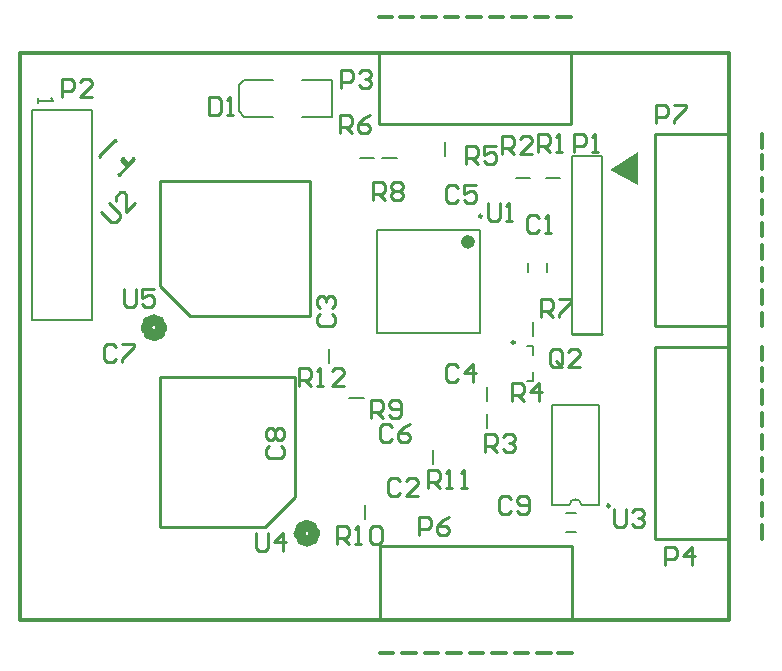
<source format=gto>
%FSLAX24Y24*%
%MOIN*%
G70*
G01*
G75*
G04 Layer_Color=65535*
%ADD10R,0.0512X0.0591*%
%ADD11R,0.0453X0.0118*%
%ADD12R,0.0709X0.0512*%
%ADD13R,0.0551X0.0472*%
%ADD14R,0.0591X0.0512*%
G04:AMPARAMS|DCode=15|XSize=33.5mil|YSize=15.7mil|CornerRadius=0mil|HoleSize=0mil|Usage=FLASHONLY|Rotation=225.000|XOffset=0mil|YOffset=0mil|HoleType=Round|Shape=Rectangle|*
%AMROTATEDRECTD15*
4,1,4,0.0063,0.0174,0.0174,0.0063,-0.0063,-0.0174,-0.0174,-0.0063,0.0063,0.0174,0.0*
%
%ADD15ROTATEDRECTD15*%

%ADD16O,0.0098X0.0610*%
%ADD17O,0.0610X0.0098*%
%ADD18R,0.1000X0.0600*%
%ADD19R,0.0600X0.1000*%
%ADD20R,0.0906X0.0906*%
%ADD21R,0.0472X0.0551*%
%ADD22R,0.0591X0.0236*%
%ADD23R,0.0512X0.0709*%
%ADD24C,0.0120*%
%ADD25C,0.0200*%
%ADD26C,0.0080*%
%ADD27C,0.0500*%
%ADD28C,0.0250*%
%ADD29C,0.0400*%
%ADD30R,0.1260X0.2756*%
%ADD31C,0.0591*%
%ADD32R,0.0591X0.0591*%
%ADD33C,0.2362*%
%ADD34C,0.0866*%
%ADD35C,0.0630*%
%ADD36O,0.1200X0.0600*%
%ADD37C,0.0500*%
%ADD38C,0.0098*%
%ADD39C,0.0079*%
%ADD40C,0.0236*%
%ADD41C,0.0100*%
G36*
X20600Y14500D02*
X19650Y15000D01*
X20600Y15600D01*
Y14500D01*
D02*
G37*
D24*
X0Y0D02*
Y18898D01*
Y0D02*
X23622D01*
Y18898D01*
X0D02*
X23622D01*
X24720Y9806D02*
Y10256D01*
Y10556D02*
Y11006D01*
Y11306D02*
Y11756D01*
Y12056D02*
Y12506D01*
Y12806D02*
Y13256D01*
Y13556D02*
Y14006D01*
Y14306D02*
Y14756D01*
Y15056D02*
Y15506D01*
Y15756D02*
Y16206D01*
X11971Y-1098D02*
X12421D01*
X12721D02*
X13171D01*
X13471D02*
X13921D01*
X14221D02*
X14671D01*
X14971D02*
X15421D01*
X15721D02*
X16171D01*
X16471D02*
X16921D01*
X17221D02*
X17671D01*
X17921D02*
X18371D01*
X24720Y2719D02*
Y3169D01*
Y3469D02*
Y3919D01*
Y4219D02*
Y4669D01*
Y4969D02*
Y5419D01*
Y5719D02*
Y6169D01*
Y6469D02*
Y6919D01*
Y7219D02*
Y7669D01*
Y7969D02*
Y8419D01*
Y8669D02*
Y9119D01*
X17894Y20094D02*
X18344D01*
X17144D02*
X17594D01*
X16394D02*
X16844D01*
X15644D02*
X16094D01*
X14894D02*
X15344D01*
X14144D02*
X14594D01*
X13394D02*
X13844D01*
X12644D02*
X13094D01*
X11944D02*
X12394D01*
D26*
X600Y17400D02*
Y17233D01*
Y17317D01*
X1100D01*
X1017Y17400D01*
D29*
X9800Y2900D02*
G03*
X9800Y2900I-250J0D01*
G01*
X4700Y9750D02*
G03*
X4700Y9750I-250J0D01*
G01*
D38*
X19642Y3817D02*
G03*
X19642Y3817I-49J0D01*
G01*
X15390Y13470D02*
G03*
X15390Y13470I-49J0D01*
G01*
X16475Y9259D02*
G03*
X16475Y9259I-49J0D01*
G01*
D39*
X18703Y3827D02*
G03*
X18297Y3827I-203J0D01*
G01*
X18703D02*
X19287D01*
X17713D02*
X18297D01*
X17713Y7173D02*
X19287D01*
Y3827D02*
Y7173D01*
X17713Y3827D02*
Y7173D01*
X17565Y11593D02*
Y11907D01*
X16935Y11593D02*
Y11907D01*
X19390Y9547D02*
Y15461D01*
X18398D02*
X19390D01*
X18398Y9547D02*
Y15461D01*
X17514Y14750D02*
X17986D01*
X16514D02*
X16986D01*
X10964Y7400D02*
X11436D01*
X12064Y15400D02*
X12536D01*
X11886Y13008D02*
X15311D01*
X11886Y9583D02*
X15311D01*
Y13008D01*
X11886Y9583D02*
Y13008D01*
X400Y10000D02*
Y17000D01*
X2400Y10000D02*
Y17000D01*
X400D02*
X2400D01*
X400Y10000D02*
X2400D01*
X10396Y16790D02*
Y18010D01*
X7286Y17833D02*
X7463Y18010D01*
X7286Y16967D02*
X7463Y16790D01*
X7286Y16967D02*
Y17833D01*
X9372Y18010D02*
X10396D01*
X9372Y16790D02*
X10396D01*
X7463D02*
X8428D01*
X7463Y18010D02*
X8428D01*
X11314Y15400D02*
X11786D01*
X14150Y15464D02*
Y15936D01*
X17100Y9464D02*
Y9936D01*
X17076Y7959D02*
Y8274D01*
X16879Y7959D02*
X17076D01*
Y8826D02*
Y9141D01*
X16879D02*
X17076D01*
X15550Y7314D02*
Y7786D01*
Y6414D02*
Y6886D01*
X13750Y5214D02*
Y5686D01*
X11500Y3364D02*
Y3836D01*
X10300Y8564D02*
Y9036D01*
X18193Y3565D02*
X18507D01*
X18193Y2935D02*
X18507D01*
D40*
X15035Y12614D02*
G03*
X15035Y12614I-118J0D01*
G01*
D41*
X18398Y9547D02*
X19390D01*
X3754Y15396D02*
X3789Y15361D01*
X3274Y14846D02*
X3789Y15361D01*
X3239Y14881D02*
X3274Y14846D01*
X3142Y15994D02*
X3177Y15959D01*
X2627Y15479D02*
X3142Y15994D01*
X2627Y15479D02*
X2662Y15444D01*
X3406Y15396D02*
X3615Y15187D01*
X3351Y15340D02*
X3406Y15396D01*
X3351Y15340D02*
X3560Y15131D01*
X3580Y15222D02*
X3754Y15396D01*
X21161Y9806D02*
X23524D01*
X21161D02*
Y16206D01*
X23524D01*
X11971Y98D02*
Y2461D01*
X18371D01*
Y98D02*
Y2461D01*
X21161Y2719D02*
X23524D01*
X21161D02*
Y9119D01*
X23524D01*
X18344Y16535D02*
Y18898D01*
X11944Y16535D02*
X18344D01*
X11944D02*
Y18898D01*
X9150Y4100D02*
Y8100D01*
X8150Y3100D02*
X9150Y4100D01*
X4650Y3100D02*
X8150D01*
X4650D02*
Y8100D01*
X9150D01*
X5650Y10150D02*
X9650D01*
X4650Y11150D02*
X5650Y10150D01*
X4650Y11150D02*
Y14650D01*
X9650D01*
Y10150D02*
Y14650D01*
X19800Y3700D02*
Y3200D01*
X19900Y3100D01*
X20100D01*
X20200Y3200D01*
Y3700D01*
X20400Y3600D02*
X20500Y3700D01*
X20700D01*
X20800Y3600D01*
Y3500D01*
X20700Y3400D01*
X20600D01*
X20700D01*
X20800Y3300D01*
Y3200D01*
X20700Y3100D01*
X20500D01*
X20400Y3200D01*
X2676Y13624D02*
X3029Y13271D01*
X3171D01*
X3312Y13412D01*
Y13553D01*
X2959Y13907D01*
X3807D02*
X3524Y13624D01*
Y14190D01*
X3453Y14260D01*
X3312D01*
X3171Y14119D01*
Y13978D01*
X15600Y13900D02*
Y13400D01*
X15700Y13300D01*
X15900D01*
X16000Y13400D01*
Y13900D01*
X16200Y13300D02*
X16400D01*
X16300D01*
Y13900D01*
X16200Y13800D01*
X11700Y6750D02*
Y7350D01*
X12000D01*
X12100Y7250D01*
Y7050D01*
X12000Y6950D01*
X11700D01*
X11900D02*
X12100Y6750D01*
X12300Y6850D02*
X12400Y6750D01*
X12600D01*
X12700Y6850D01*
Y7250D01*
X12600Y7350D01*
X12400D01*
X12300Y7250D01*
Y7150D01*
X12400Y7050D01*
X12700D01*
X11750Y14000D02*
Y14600D01*
X12050D01*
X12150Y14500D01*
Y14300D01*
X12050Y14200D01*
X11750D01*
X11950D02*
X12150Y14000D01*
X12350Y14500D02*
X12450Y14600D01*
X12650D01*
X12750Y14500D01*
Y14400D01*
X12650Y14300D01*
X12750Y14200D01*
Y14100D01*
X12650Y14000D01*
X12450D01*
X12350Y14100D01*
Y14200D01*
X12450Y14300D01*
X12350Y14400D01*
Y14500D01*
X12450Y14300D02*
X12650D01*
X16050Y15550D02*
Y16150D01*
X16350D01*
X16450Y16050D01*
Y15850D01*
X16350Y15750D01*
X16050D01*
X16250D02*
X16450Y15550D01*
X17050D02*
X16650D01*
X17050Y15950D01*
Y16050D01*
X16950Y16150D01*
X16750D01*
X16650Y16050D01*
X17250Y15600D02*
Y16200D01*
X17550D01*
X17650Y16100D01*
Y15900D01*
X17550Y15800D01*
X17250D01*
X17450D02*
X17650Y15600D01*
X17850D02*
X18050D01*
X17950D01*
Y16200D01*
X17850Y16100D01*
X21170Y16570D02*
Y17170D01*
X21470D01*
X21570Y17070D01*
Y16870D01*
X21470Y16770D01*
X21170D01*
X21770Y17170D02*
X22170D01*
Y17070D01*
X21770Y16670D01*
Y16570D01*
X13300Y2850D02*
Y3450D01*
X13600D01*
X13700Y3350D01*
Y3150D01*
X13600Y3050D01*
X13300D01*
X14300Y3450D02*
X14100Y3350D01*
X13900Y3150D01*
Y2950D01*
X14000Y2850D01*
X14200D01*
X14300Y2950D01*
Y3050D01*
X14200Y3150D01*
X13900D01*
X21500Y1850D02*
Y2450D01*
X21800D01*
X21900Y2350D01*
Y2150D01*
X21800Y2050D01*
X21500D01*
X22400Y1850D02*
Y2450D01*
X22100Y2150D01*
X22500D01*
X10700Y17750D02*
Y18350D01*
X11000D01*
X11100Y18250D01*
Y18050D01*
X11000Y17950D01*
X10700D01*
X11300Y18250D02*
X11400Y18350D01*
X11600D01*
X11700Y18250D01*
Y18150D01*
X11600Y18050D01*
X11500D01*
X11600D01*
X11700Y17950D01*
Y17850D01*
X11600Y17750D01*
X11400D01*
X11300Y17850D01*
X18450Y15600D02*
Y16200D01*
X18750D01*
X18850Y16100D01*
Y15900D01*
X18750Y15800D01*
X18450D01*
X19050Y15600D02*
X19250D01*
X19150D01*
Y16200D01*
X19050Y16100D01*
X14600Y14400D02*
X14500Y14500D01*
X14300D01*
X14200Y14400D01*
Y14000D01*
X14300Y13900D01*
X14500D01*
X14600Y14000D01*
X15200Y14500D02*
X14800D01*
Y14200D01*
X15000Y14300D01*
X15100D01*
X15200Y14200D01*
Y14000D01*
X15100Y13900D01*
X14900D01*
X14800Y14000D01*
X14600Y8450D02*
X14500Y8550D01*
X14300D01*
X14200Y8450D01*
Y8050D01*
X14300Y7950D01*
X14500D01*
X14600Y8050D01*
X15100Y7950D02*
Y8550D01*
X14800Y8250D01*
X15200D01*
X10000Y10200D02*
X9900Y10100D01*
Y9900D01*
X10000Y9800D01*
X10400D01*
X10500Y9900D01*
Y10100D01*
X10400Y10200D01*
X10000Y10400D02*
X9900Y10500D01*
Y10700D01*
X10000Y10800D01*
X10100D01*
X10200Y10700D01*
Y10600D01*
Y10700D01*
X10300Y10800D01*
X10400D01*
X10500Y10700D01*
Y10500D01*
X10400Y10400D01*
X17300Y13400D02*
X17200Y13500D01*
X17000D01*
X16900Y13400D01*
Y13000D01*
X17000Y12900D01*
X17200D01*
X17300Y13000D01*
X17500Y12900D02*
X17700D01*
X17600D01*
Y13500D01*
X17500Y13400D01*
X12650Y4650D02*
X12550Y4750D01*
X12350D01*
X12250Y4650D01*
Y4250D01*
X12350Y4150D01*
X12550D01*
X12650Y4250D01*
X13250Y4150D02*
X12850D01*
X13250Y4550D01*
Y4650D01*
X13150Y4750D01*
X12950D01*
X12850Y4650D01*
X12400Y6450D02*
X12300Y6550D01*
X12100D01*
X12000Y6450D01*
Y6050D01*
X12100Y5950D01*
X12300D01*
X12400Y6050D01*
X13000Y6550D02*
X12800Y6450D01*
X12600Y6250D01*
Y6050D01*
X12700Y5950D01*
X12900D01*
X13000Y6050D01*
Y6150D01*
X12900Y6250D01*
X12600D01*
X6300Y17450D02*
Y16850D01*
X6600D01*
X6700Y16950D01*
Y17350D01*
X6600Y17450D01*
X6300D01*
X6900Y16850D02*
X7100D01*
X7000D01*
Y17450D01*
X6900Y17350D01*
X1400Y17450D02*
Y18050D01*
X1700D01*
X1800Y17950D01*
Y17750D01*
X1700Y17650D01*
X1400D01*
X2400Y17450D02*
X2000D01*
X2400Y17850D01*
Y17950D01*
X2300Y18050D01*
X2100D01*
X2000Y17950D01*
X18050Y8550D02*
Y8950D01*
X17950Y9050D01*
X17750D01*
X17650Y8950D01*
Y8550D01*
X17750Y8450D01*
X17950D01*
X17850Y8650D02*
X18050Y8450D01*
X17950D02*
X18050Y8550D01*
X18650Y8450D02*
X18250D01*
X18650Y8850D01*
Y8950D01*
X18550Y9050D01*
X18350D01*
X18250Y8950D01*
X15500Y5600D02*
Y6200D01*
X15800D01*
X15900Y6100D01*
Y5900D01*
X15800Y5800D01*
X15500D01*
X15700D02*
X15900Y5600D01*
X16100Y6100D02*
X16200Y6200D01*
X16400D01*
X16500Y6100D01*
Y6000D01*
X16400Y5900D01*
X16300D01*
X16400D01*
X16500Y5800D01*
Y5700D01*
X16400Y5600D01*
X16200D01*
X16100Y5700D01*
X16400Y7300D02*
Y7900D01*
X16700D01*
X16800Y7800D01*
Y7600D01*
X16700Y7500D01*
X16400D01*
X16600D02*
X16800Y7300D01*
X17300D02*
Y7900D01*
X17000Y7600D01*
X17400D01*
X14850Y15200D02*
Y15800D01*
X15150D01*
X15250Y15700D01*
Y15500D01*
X15150Y15400D01*
X14850D01*
X15050D02*
X15250Y15200D01*
X15850Y15800D02*
X15450D01*
Y15500D01*
X15650Y15600D01*
X15750D01*
X15850Y15500D01*
Y15300D01*
X15750Y15200D01*
X15550D01*
X15450Y15300D01*
X10650Y16250D02*
Y16850D01*
X10950D01*
X11050Y16750D01*
Y16550D01*
X10950Y16450D01*
X10650D01*
X10850D02*
X11050Y16250D01*
X11650Y16850D02*
X11450Y16750D01*
X11250Y16550D01*
Y16350D01*
X11350Y16250D01*
X11550D01*
X11650Y16350D01*
Y16450D01*
X11550Y16550D01*
X11250D01*
X17350Y10100D02*
Y10700D01*
X17650D01*
X17750Y10600D01*
Y10400D01*
X17650Y10300D01*
X17350D01*
X17550D02*
X17750Y10100D01*
X17950Y10700D02*
X18350D01*
Y10600D01*
X17950Y10200D01*
Y10100D01*
X10550Y2550D02*
Y3150D01*
X10850D01*
X10950Y3050D01*
Y2850D01*
X10850Y2750D01*
X10550D01*
X10750D02*
X10950Y2550D01*
X11150D02*
X11350D01*
X11250D01*
Y3150D01*
X11150Y3050D01*
X11650D02*
X11750Y3150D01*
X11950D01*
X12050Y3050D01*
Y2650D01*
X11950Y2550D01*
X11750D01*
X11650Y2650D01*
Y3050D01*
X13600Y4400D02*
Y5000D01*
X13900D01*
X14000Y4900D01*
Y4700D01*
X13900Y4600D01*
X13600D01*
X13800D02*
X14000Y4400D01*
X14200D02*
X14400D01*
X14300D01*
Y5000D01*
X14200Y4900D01*
X14700Y4400D02*
X14900D01*
X14800D01*
Y5000D01*
X14700Y4900D01*
X9300Y7800D02*
Y8400D01*
X9600D01*
X9700Y8300D01*
Y8100D01*
X9600Y8000D01*
X9300D01*
X9500D02*
X9700Y7800D01*
X9900D02*
X10100D01*
X10000D01*
Y8400D01*
X9900Y8300D01*
X10800Y7800D02*
X10400D01*
X10800Y8200D01*
Y8300D01*
X10700Y8400D01*
X10500D01*
X10400Y8300D01*
X7850Y2900D02*
Y2400D01*
X7950Y2300D01*
X8150D01*
X8250Y2400D01*
Y2900D01*
X8750Y2300D02*
Y2900D01*
X8450Y2600D01*
X8850D01*
X3450Y11050D02*
Y10550D01*
X3550Y10450D01*
X3750D01*
X3850Y10550D01*
Y11050D01*
X4450D02*
X4050D01*
Y10750D01*
X4250Y10850D01*
X4350D01*
X4450Y10750D01*
Y10550D01*
X4350Y10450D01*
X4150D01*
X4050Y10550D01*
X3200Y9100D02*
X3100Y9200D01*
X2900D01*
X2800Y9100D01*
Y8700D01*
X2900Y8600D01*
X3100D01*
X3200Y8700D01*
X3400Y9200D02*
X3800D01*
Y9100D01*
X3400Y8700D01*
Y8600D01*
X8300Y5800D02*
X8200Y5700D01*
Y5500D01*
X8300Y5400D01*
X8700D01*
X8800Y5500D01*
Y5700D01*
X8700Y5800D01*
X8300Y6000D02*
X8200Y6100D01*
Y6300D01*
X8300Y6400D01*
X8400D01*
X8500Y6300D01*
X8600Y6400D01*
X8700D01*
X8800Y6300D01*
Y6100D01*
X8700Y6000D01*
X8600D01*
X8500Y6100D01*
X8400Y6000D01*
X8300D01*
X8500Y6100D02*
Y6300D01*
X16350Y4050D02*
X16250Y4150D01*
X16050D01*
X15950Y4050D01*
Y3650D01*
X16050Y3550D01*
X16250D01*
X16350Y3650D01*
X16550D02*
X16650Y3550D01*
X16850D01*
X16950Y3650D01*
Y4050D01*
X16850Y4150D01*
X16650D01*
X16550Y4050D01*
Y3950D01*
X16650Y3850D01*
X16950D01*
M02*

</source>
